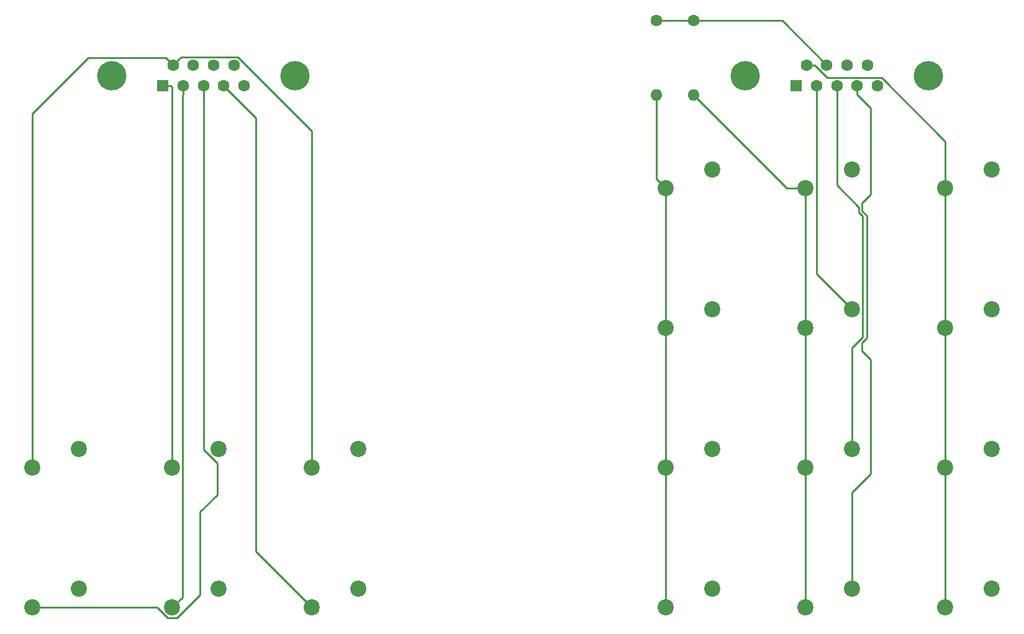
<source format=gbr>
G04 #@! TF.GenerationSoftware,KiCad,Pcbnew,(5.1.2-1)-1*
G04 #@! TF.CreationDate,2020-07-28T22:06:20+02:00*
G04 #@! TF.ProjectId,jamloopy-ctrl,6a616d6c-6f6f-4707-992d-6374726c2e6b,rev?*
G04 #@! TF.SameCoordinates,Original*
G04 #@! TF.FileFunction,Copper,L1,Top*
G04 #@! TF.FilePolarity,Positive*
%FSLAX46Y46*%
G04 Gerber Fmt 4.6, Leading zero omitted, Abs format (unit mm)*
G04 Created by KiCad (PCBNEW (5.1.2-1)-1) date 2020-07-28 22:06:20*
%MOMM*%
%LPD*%
G04 APERTURE LIST*
%ADD10C,2.200000*%
%ADD11R,1.600000X1.600000*%
%ADD12C,1.600000*%
%ADD13C,4.000000*%
%ADD14O,1.600000X1.600000*%
%ADD15C,0.250000*%
G04 APERTURE END LIST*
D10*
X109220000Y-128270000D03*
X115570000Y-125730000D03*
X96520000Y-106680000D03*
X90170000Y-109220000D03*
X128270000Y-109220000D03*
X134620000Y-106680000D03*
D11*
X107950000Y-57150000D03*
D12*
X110720000Y-57150000D03*
X113490000Y-57150000D03*
X116260000Y-57150000D03*
X119030000Y-57150000D03*
X109335000Y-54310000D03*
X112105000Y-54310000D03*
X114875000Y-54310000D03*
X117645000Y-54310000D03*
D13*
X125990000Y-55730000D03*
X100990000Y-55730000D03*
X187350000Y-55730000D03*
X212350000Y-55730000D03*
D12*
X204005000Y-54310000D03*
X201235000Y-54310000D03*
X198465000Y-54310000D03*
X195695000Y-54310000D03*
X205390000Y-57150000D03*
X202620000Y-57150000D03*
X199850000Y-57150000D03*
X197080000Y-57150000D03*
D11*
X194310000Y-57150000D03*
D10*
X96520000Y-125730000D03*
X90170000Y-128270000D03*
D12*
X175260000Y-48260000D03*
D14*
X175260000Y-58420000D03*
X180340000Y-58420000D03*
D12*
X180340000Y-48260000D03*
D10*
X134620000Y-125730000D03*
X128270000Y-128270000D03*
X176530000Y-71120000D03*
X182880000Y-68580000D03*
X201930000Y-68580000D03*
X195580000Y-71120000D03*
X214630000Y-71120000D03*
X220980000Y-68580000D03*
X182880000Y-87630000D03*
X176530000Y-90170000D03*
X195580000Y-90170000D03*
X201930000Y-87630000D03*
X220980000Y-87630000D03*
X214630000Y-90170000D03*
X176530000Y-109220000D03*
X182880000Y-106680000D03*
X201930000Y-106680000D03*
X195580000Y-109220000D03*
X214630000Y-109220000D03*
X220980000Y-106680000D03*
X182880000Y-125730000D03*
X176530000Y-128270000D03*
X195580000Y-128270000D03*
X201930000Y-125730000D03*
X220980000Y-125730000D03*
X214630000Y-128270000D03*
X109220000Y-109220000D03*
X115570000Y-106680000D03*
D15*
X107950000Y-57150000D02*
X107950000Y-57824991D01*
X109000000Y-57150000D02*
X107950000Y-57150000D01*
X109220000Y-57370000D02*
X109000000Y-57150000D01*
X109220000Y-109220000D02*
X109220000Y-57370000D01*
X110720000Y-58281370D02*
X110720000Y-57150000D01*
X110645001Y-58356369D02*
X110720000Y-58281370D01*
X110645001Y-126844999D02*
X110645001Y-58356369D01*
X109220000Y-128270000D02*
X110645001Y-126844999D01*
X113490000Y-58281370D02*
X113490000Y-57150000D01*
X113490000Y-106709002D02*
X113490000Y-58281370D01*
X115355001Y-108574003D02*
X113490000Y-106709002D01*
X115355001Y-112876001D02*
X115355001Y-108574003D01*
X113030000Y-126569002D02*
X113030000Y-115201002D01*
X113030000Y-115201002D02*
X115355001Y-112876001D01*
X109904001Y-129695001D02*
X113030000Y-126569002D01*
X108574003Y-129695001D02*
X109904001Y-129695001D01*
X107149002Y-128270000D02*
X108574003Y-129695001D01*
X90170000Y-128270000D02*
X107149002Y-128270000D01*
X117059999Y-57949999D02*
X116260000Y-57150000D01*
X120650000Y-61540000D02*
X117059999Y-57949999D01*
X120650000Y-120650000D02*
X120650000Y-61540000D01*
X128270000Y-128270000D02*
X120650000Y-120650000D01*
X118185001Y-53184999D02*
X110460001Y-53184999D01*
X110134999Y-53510001D02*
X109335000Y-54310000D01*
X128270000Y-63269998D02*
X118185001Y-53184999D01*
X110460001Y-53184999D02*
X110134999Y-53510001D01*
X128270000Y-109220000D02*
X128270000Y-63269998D01*
X90170000Y-109220000D02*
X90170000Y-60960000D01*
X90170000Y-60960000D02*
X97790000Y-53340000D01*
X108365000Y-53340000D02*
X109335000Y-54310000D01*
X97790000Y-53340000D02*
X108365000Y-53340000D01*
X195580000Y-71120000D02*
X195580000Y-90170000D01*
X195580000Y-90170000D02*
X195580000Y-109220000D01*
X195580000Y-109220000D02*
X195580000Y-128270000D01*
X193040000Y-71120000D02*
X180340000Y-58420000D01*
X195580000Y-71120000D02*
X193040000Y-71120000D01*
X192415000Y-48260000D02*
X180340000Y-48260000D01*
X198465000Y-54310000D02*
X192415000Y-48260000D01*
X180340000Y-48260000D02*
X175260000Y-48260000D01*
X214630000Y-71120000D02*
X214630000Y-90170000D01*
X214630000Y-90170000D02*
X214630000Y-109220000D01*
X214630000Y-109220000D02*
X214630000Y-128270000D01*
X214630000Y-69564366D02*
X214630000Y-71120000D01*
X214630000Y-64724998D02*
X214630000Y-69564366D01*
X205930001Y-56024999D02*
X214630000Y-64724998D01*
X198541369Y-56024999D02*
X205930001Y-56024999D01*
X196826370Y-54310000D02*
X198541369Y-56024999D01*
X195695000Y-54310000D02*
X196826370Y-54310000D01*
X176530000Y-71120000D02*
X176530000Y-90170000D01*
X176530000Y-90170000D02*
X176530000Y-109220000D01*
X176530000Y-109220000D02*
X176530000Y-128270000D01*
X175260000Y-69850000D02*
X176530000Y-71120000D01*
X175260000Y-58420000D02*
X175260000Y-69850000D01*
X201930000Y-112560998D02*
X201930000Y-124174366D01*
X204470000Y-94449002D02*
X204470000Y-110020998D01*
X203905999Y-74835001D02*
X203905999Y-91534999D01*
X203294999Y-74224001D02*
X203905999Y-74835001D01*
X203294999Y-92145999D02*
X203294999Y-93274001D01*
X204470000Y-71920998D02*
X203294999Y-73095999D01*
X203905999Y-91534999D02*
X203294999Y-92145999D01*
X202620000Y-57150000D02*
X202620000Y-58281370D01*
X203294999Y-93274001D02*
X204470000Y-94449002D01*
X203294999Y-73095999D02*
X203294999Y-74224001D01*
X202620000Y-58281370D02*
X204470000Y-60131370D01*
X204470000Y-110020998D02*
X201930000Y-112560998D01*
X201930000Y-124174366D02*
X201930000Y-125730000D01*
X204470000Y-60131370D02*
X204470000Y-71920998D01*
X199850000Y-57150000D02*
X199850000Y-70678998D01*
X199850000Y-70678998D02*
X202844988Y-73673986D01*
X203355001Y-74920413D02*
X203355001Y-91449587D01*
X201930000Y-105124366D02*
X201930000Y-106680000D01*
X201930000Y-92874588D02*
X201930000Y-105124366D01*
X202844988Y-73673986D02*
X202844988Y-74410401D01*
X202844988Y-74410401D02*
X203355001Y-74920413D01*
X203355001Y-91449587D02*
X201930000Y-92874588D01*
X200830001Y-86530001D02*
X201930000Y-87630000D01*
X197064999Y-82764999D02*
X200830001Y-86530001D01*
X197064999Y-71744003D02*
X197064999Y-82764999D01*
X197080000Y-71729002D02*
X197064999Y-71744003D01*
X197080000Y-57150000D02*
X197080000Y-71729002D01*
M02*

</source>
